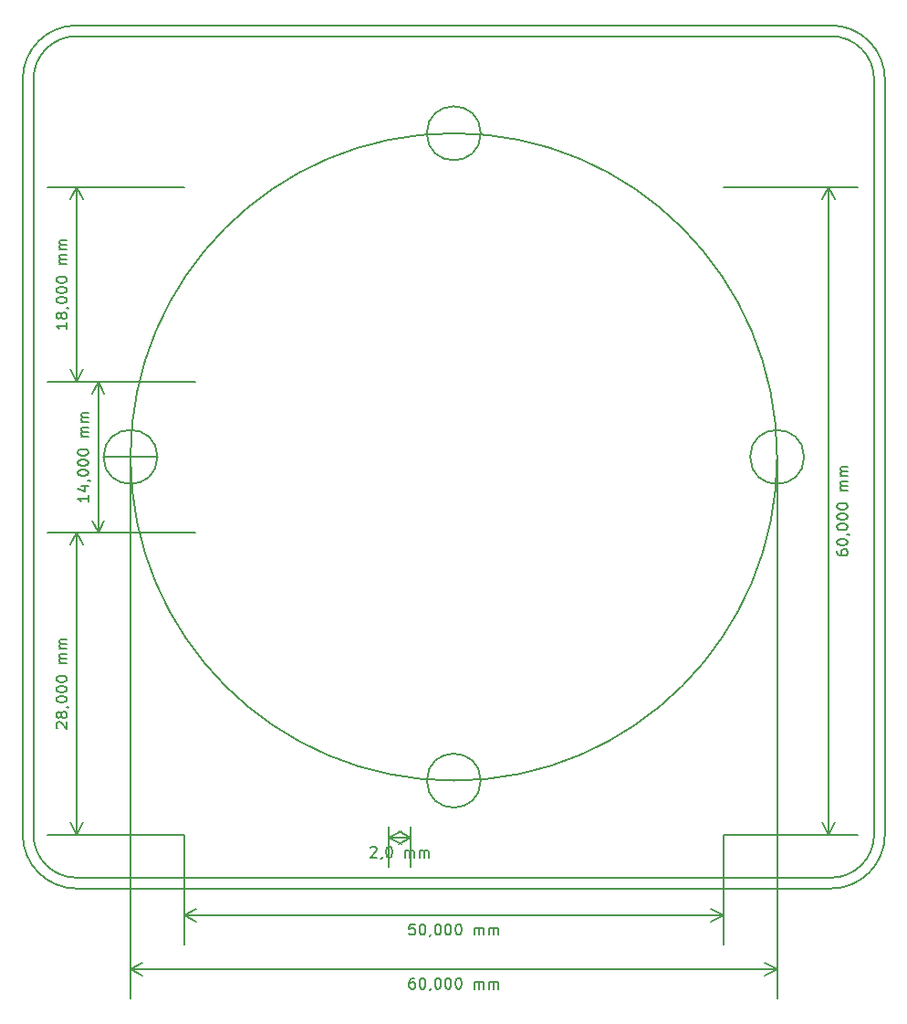
<source format=gbr>
G04 #@! TF.FileFunction,Drawing*
%FSLAX46Y46*%
G04 Gerber Fmt 4.6, Leading zero omitted, Abs format (unit mm)*
G04 Created by KiCad (PCBNEW 4.0.4+dfsg1-stable) date Sat Nov 19 15:53:21 2016*
%MOMM*%
%LPD*%
G01*
G04 APERTURE LIST*
%ADD10C,0.100000*%
%ADD11C,0.200000*%
G04 APERTURE END LIST*
D10*
D11*
X137285715Y-126220879D02*
X137333334Y-126173260D01*
X137428572Y-126125641D01*
X137666668Y-126125641D01*
X137761906Y-126173260D01*
X137809525Y-126220879D01*
X137857144Y-126316117D01*
X137857144Y-126411355D01*
X137809525Y-126554212D01*
X137238096Y-127125641D01*
X137857144Y-127125641D01*
X138333334Y-127078022D02*
X138333334Y-127125641D01*
X138285715Y-127220879D01*
X138238096Y-127268498D01*
X138952381Y-126125641D02*
X139047620Y-126125641D01*
X139142858Y-126173260D01*
X139190477Y-126220879D01*
X139238096Y-126316117D01*
X139285715Y-126506593D01*
X139285715Y-126744689D01*
X139238096Y-126935165D01*
X139190477Y-127030403D01*
X139142858Y-127078022D01*
X139047620Y-127125641D01*
X138952381Y-127125641D01*
X138857143Y-127078022D01*
X138809524Y-127030403D01*
X138761905Y-126935165D01*
X138714286Y-126744689D01*
X138714286Y-126506593D01*
X138761905Y-126316117D01*
X138809524Y-126220879D01*
X138857143Y-126173260D01*
X138952381Y-126125641D01*
X140476191Y-127125641D02*
X140476191Y-126458974D01*
X140476191Y-126554212D02*
X140523810Y-126506593D01*
X140619048Y-126458974D01*
X140761906Y-126458974D01*
X140857144Y-126506593D01*
X140904763Y-126601831D01*
X140904763Y-127125641D01*
X140904763Y-126601831D02*
X140952382Y-126506593D01*
X141047620Y-126458974D01*
X141190477Y-126458974D01*
X141285715Y-126506593D01*
X141333334Y-126601831D01*
X141333334Y-127125641D01*
X141809524Y-127125641D02*
X141809524Y-126458974D01*
X141809524Y-126554212D02*
X141857143Y-126506593D01*
X141952381Y-126458974D01*
X142095239Y-126458974D01*
X142190477Y-126506593D01*
X142238096Y-126601831D01*
X142238096Y-127125641D01*
X142238096Y-126601831D02*
X142285715Y-126506593D01*
X142380953Y-126458974D01*
X142523810Y-126458974D01*
X142619048Y-126506593D01*
X142666667Y-126601831D01*
X142666667Y-127125641D01*
X139000000Y-125323260D02*
X141000000Y-125323260D01*
X139000000Y-124250000D02*
X139000000Y-128023260D01*
X141000000Y-124250000D02*
X141000000Y-128023260D01*
X141000000Y-125323260D02*
X139873496Y-125909681D01*
X141000000Y-125323260D02*
X139873496Y-124736839D01*
X139000000Y-125323260D02*
X140126504Y-125909681D01*
X139000000Y-125323260D02*
X140126504Y-124736839D01*
X108197619Y-115142857D02*
X108150000Y-115095238D01*
X108102381Y-115000000D01*
X108102381Y-114761904D01*
X108150000Y-114666666D01*
X108197619Y-114619047D01*
X108292857Y-114571428D01*
X108388095Y-114571428D01*
X108530952Y-114619047D01*
X109102381Y-115190476D01*
X109102381Y-114571428D01*
X108530952Y-114000000D02*
X108483333Y-114095238D01*
X108435714Y-114142857D01*
X108340476Y-114190476D01*
X108292857Y-114190476D01*
X108197619Y-114142857D01*
X108150000Y-114095238D01*
X108102381Y-114000000D01*
X108102381Y-113809523D01*
X108150000Y-113714285D01*
X108197619Y-113666666D01*
X108292857Y-113619047D01*
X108340476Y-113619047D01*
X108435714Y-113666666D01*
X108483333Y-113714285D01*
X108530952Y-113809523D01*
X108530952Y-114000000D01*
X108578571Y-114095238D01*
X108626190Y-114142857D01*
X108721429Y-114190476D01*
X108911905Y-114190476D01*
X109007143Y-114142857D01*
X109054762Y-114095238D01*
X109102381Y-114000000D01*
X109102381Y-113809523D01*
X109054762Y-113714285D01*
X109007143Y-113666666D01*
X108911905Y-113619047D01*
X108721429Y-113619047D01*
X108626190Y-113666666D01*
X108578571Y-113714285D01*
X108530952Y-113809523D01*
X109054762Y-113142857D02*
X109102381Y-113142857D01*
X109197619Y-113190476D01*
X109245238Y-113238095D01*
X108102381Y-112523810D02*
X108102381Y-112428571D01*
X108150000Y-112333333D01*
X108197619Y-112285714D01*
X108292857Y-112238095D01*
X108483333Y-112190476D01*
X108721429Y-112190476D01*
X108911905Y-112238095D01*
X109007143Y-112285714D01*
X109054762Y-112333333D01*
X109102381Y-112428571D01*
X109102381Y-112523810D01*
X109054762Y-112619048D01*
X109007143Y-112666667D01*
X108911905Y-112714286D01*
X108721429Y-112761905D01*
X108483333Y-112761905D01*
X108292857Y-112714286D01*
X108197619Y-112666667D01*
X108150000Y-112619048D01*
X108102381Y-112523810D01*
X108102381Y-111571429D02*
X108102381Y-111476190D01*
X108150000Y-111380952D01*
X108197619Y-111333333D01*
X108292857Y-111285714D01*
X108483333Y-111238095D01*
X108721429Y-111238095D01*
X108911905Y-111285714D01*
X109007143Y-111333333D01*
X109054762Y-111380952D01*
X109102381Y-111476190D01*
X109102381Y-111571429D01*
X109054762Y-111666667D01*
X109007143Y-111714286D01*
X108911905Y-111761905D01*
X108721429Y-111809524D01*
X108483333Y-111809524D01*
X108292857Y-111761905D01*
X108197619Y-111714286D01*
X108150000Y-111666667D01*
X108102381Y-111571429D01*
X108102381Y-110619048D02*
X108102381Y-110523809D01*
X108150000Y-110428571D01*
X108197619Y-110380952D01*
X108292857Y-110333333D01*
X108483333Y-110285714D01*
X108721429Y-110285714D01*
X108911905Y-110333333D01*
X109007143Y-110380952D01*
X109054762Y-110428571D01*
X109102381Y-110523809D01*
X109102381Y-110619048D01*
X109054762Y-110714286D01*
X109007143Y-110761905D01*
X108911905Y-110809524D01*
X108721429Y-110857143D01*
X108483333Y-110857143D01*
X108292857Y-110809524D01*
X108197619Y-110761905D01*
X108150000Y-110714286D01*
X108102381Y-110619048D01*
X109102381Y-109095238D02*
X108435714Y-109095238D01*
X108530952Y-109095238D02*
X108483333Y-109047619D01*
X108435714Y-108952381D01*
X108435714Y-108809523D01*
X108483333Y-108714285D01*
X108578571Y-108666666D01*
X109102381Y-108666666D01*
X108578571Y-108666666D02*
X108483333Y-108619047D01*
X108435714Y-108523809D01*
X108435714Y-108380952D01*
X108483333Y-108285714D01*
X108578571Y-108238095D01*
X109102381Y-108238095D01*
X109102381Y-107761905D02*
X108435714Y-107761905D01*
X108530952Y-107761905D02*
X108483333Y-107714286D01*
X108435714Y-107619048D01*
X108435714Y-107476190D01*
X108483333Y-107380952D01*
X108578571Y-107333333D01*
X109102381Y-107333333D01*
X108578571Y-107333333D02*
X108483333Y-107285714D01*
X108435714Y-107190476D01*
X108435714Y-107047619D01*
X108483333Y-106952381D01*
X108578571Y-106904762D01*
X109102381Y-106904762D01*
X110000000Y-125000000D02*
X110000000Y-97000000D01*
X120000000Y-125000000D02*
X107300000Y-125000000D01*
X120000000Y-97000000D02*
X107300000Y-97000000D01*
X110000000Y-97000000D02*
X110586421Y-98126504D01*
X110000000Y-97000000D02*
X109413579Y-98126504D01*
X110000000Y-125000000D02*
X110586421Y-123873496D01*
X110000000Y-125000000D02*
X109413579Y-123873496D01*
X180552381Y-98666666D02*
X180552381Y-98857143D01*
X180600000Y-98952381D01*
X180647619Y-99000000D01*
X180790476Y-99095238D01*
X180980952Y-99142857D01*
X181361905Y-99142857D01*
X181457143Y-99095238D01*
X181504762Y-99047619D01*
X181552381Y-98952381D01*
X181552381Y-98761904D01*
X181504762Y-98666666D01*
X181457143Y-98619047D01*
X181361905Y-98571428D01*
X181123810Y-98571428D01*
X181028571Y-98619047D01*
X180980952Y-98666666D01*
X180933333Y-98761904D01*
X180933333Y-98952381D01*
X180980952Y-99047619D01*
X181028571Y-99095238D01*
X181123810Y-99142857D01*
X180552381Y-97952381D02*
X180552381Y-97857142D01*
X180600000Y-97761904D01*
X180647619Y-97714285D01*
X180742857Y-97666666D01*
X180933333Y-97619047D01*
X181171429Y-97619047D01*
X181361905Y-97666666D01*
X181457143Y-97714285D01*
X181504762Y-97761904D01*
X181552381Y-97857142D01*
X181552381Y-97952381D01*
X181504762Y-98047619D01*
X181457143Y-98095238D01*
X181361905Y-98142857D01*
X181171429Y-98190476D01*
X180933333Y-98190476D01*
X180742857Y-98142857D01*
X180647619Y-98095238D01*
X180600000Y-98047619D01*
X180552381Y-97952381D01*
X181504762Y-97142857D02*
X181552381Y-97142857D01*
X181647619Y-97190476D01*
X181695238Y-97238095D01*
X180552381Y-96523810D02*
X180552381Y-96428571D01*
X180600000Y-96333333D01*
X180647619Y-96285714D01*
X180742857Y-96238095D01*
X180933333Y-96190476D01*
X181171429Y-96190476D01*
X181361905Y-96238095D01*
X181457143Y-96285714D01*
X181504762Y-96333333D01*
X181552381Y-96428571D01*
X181552381Y-96523810D01*
X181504762Y-96619048D01*
X181457143Y-96666667D01*
X181361905Y-96714286D01*
X181171429Y-96761905D01*
X180933333Y-96761905D01*
X180742857Y-96714286D01*
X180647619Y-96666667D01*
X180600000Y-96619048D01*
X180552381Y-96523810D01*
X180552381Y-95571429D02*
X180552381Y-95476190D01*
X180600000Y-95380952D01*
X180647619Y-95333333D01*
X180742857Y-95285714D01*
X180933333Y-95238095D01*
X181171429Y-95238095D01*
X181361905Y-95285714D01*
X181457143Y-95333333D01*
X181504762Y-95380952D01*
X181552381Y-95476190D01*
X181552381Y-95571429D01*
X181504762Y-95666667D01*
X181457143Y-95714286D01*
X181361905Y-95761905D01*
X181171429Y-95809524D01*
X180933333Y-95809524D01*
X180742857Y-95761905D01*
X180647619Y-95714286D01*
X180600000Y-95666667D01*
X180552381Y-95571429D01*
X180552381Y-94619048D02*
X180552381Y-94523809D01*
X180600000Y-94428571D01*
X180647619Y-94380952D01*
X180742857Y-94333333D01*
X180933333Y-94285714D01*
X181171429Y-94285714D01*
X181361905Y-94333333D01*
X181457143Y-94380952D01*
X181504762Y-94428571D01*
X181552381Y-94523809D01*
X181552381Y-94619048D01*
X181504762Y-94714286D01*
X181457143Y-94761905D01*
X181361905Y-94809524D01*
X181171429Y-94857143D01*
X180933333Y-94857143D01*
X180742857Y-94809524D01*
X180647619Y-94761905D01*
X180600000Y-94714286D01*
X180552381Y-94619048D01*
X181552381Y-93095238D02*
X180885714Y-93095238D01*
X180980952Y-93095238D02*
X180933333Y-93047619D01*
X180885714Y-92952381D01*
X180885714Y-92809523D01*
X180933333Y-92714285D01*
X181028571Y-92666666D01*
X181552381Y-92666666D01*
X181028571Y-92666666D02*
X180933333Y-92619047D01*
X180885714Y-92523809D01*
X180885714Y-92380952D01*
X180933333Y-92285714D01*
X181028571Y-92238095D01*
X181552381Y-92238095D01*
X181552381Y-91761905D02*
X180885714Y-91761905D01*
X180980952Y-91761905D02*
X180933333Y-91714286D01*
X180885714Y-91619048D01*
X180885714Y-91476190D01*
X180933333Y-91380952D01*
X181028571Y-91333333D01*
X181552381Y-91333333D01*
X181028571Y-91333333D02*
X180933333Y-91285714D01*
X180885714Y-91190476D01*
X180885714Y-91047619D01*
X180933333Y-90952381D01*
X181028571Y-90904762D01*
X181552381Y-90904762D01*
X179750000Y-125000000D02*
X179750000Y-65000000D01*
X170000000Y-125000000D02*
X182450000Y-125000000D01*
X170000000Y-65000000D02*
X182450000Y-65000000D01*
X179750000Y-65000000D02*
X180336421Y-66126504D01*
X179750000Y-65000000D02*
X179163579Y-66126504D01*
X179750000Y-125000000D02*
X180336421Y-123873496D01*
X179750000Y-125000000D02*
X179163579Y-123873496D01*
X184000000Y-125000000D02*
X184000000Y-55000000D01*
X180000000Y-51000000D02*
X110000000Y-51000000D01*
X106000000Y-125000000D02*
X106000000Y-55000000D01*
X180000000Y-129000000D02*
X110000000Y-129000000D01*
X106000000Y-125000000D02*
G75*
G03X110000000Y-129000000I4000000J0D01*
G01*
X180000000Y-129000000D02*
G75*
G03X184000000Y-125000000I0J4000000D01*
G01*
X184000000Y-55000000D02*
G75*
G03X180000000Y-51000000I-4000000J0D01*
G01*
X110000000Y-51000000D02*
G75*
G03X106000000Y-55000000I0J-4000000D01*
G01*
X105000000Y-125000000D02*
X105000000Y-55000000D01*
X105000000Y-125000000D02*
G75*
G03X110000000Y-130000000I5000000J0D01*
G01*
X110000000Y-50000000D02*
G75*
G03X105000000Y-55000000I0J-5000000D01*
G01*
X180000000Y-50000000D02*
X110000000Y-50000000D01*
X185000000Y-55000000D02*
G75*
G03X180000000Y-50000000I-5000000J0D01*
G01*
X185000000Y-125000000D02*
X185000000Y-55000000D01*
X180000000Y-130000000D02*
G75*
G03X185000000Y-125000000I0J5000000D01*
G01*
X180000000Y-130000000D02*
X110000000Y-130000000D01*
X147500000Y-60000000D02*
G75*
G03X147500000Y-60000000I-2500000J0D01*
G01*
X147500000Y-120000000D02*
G75*
G03X147500000Y-120000000I-2500000J0D01*
G01*
X177500000Y-90000000D02*
G75*
G03X177500000Y-90000000I-2500000J0D01*
G01*
X117500000Y-90000000D02*
G75*
G03X117500000Y-90000000I-2500000J0D01*
G01*
X175000000Y-90000000D02*
G75*
G03X175000000Y-90000000I-30000000J0D01*
G01*
X111102381Y-93571428D02*
X111102381Y-94142857D01*
X111102381Y-93857143D02*
X110102381Y-93857143D01*
X110245238Y-93952381D01*
X110340476Y-94047619D01*
X110388095Y-94142857D01*
X110435714Y-92714285D02*
X111102381Y-92714285D01*
X110054762Y-92952381D02*
X110769048Y-93190476D01*
X110769048Y-92571428D01*
X111054762Y-92142857D02*
X111102381Y-92142857D01*
X111197619Y-92190476D01*
X111245238Y-92238095D01*
X110102381Y-91523810D02*
X110102381Y-91428571D01*
X110150000Y-91333333D01*
X110197619Y-91285714D01*
X110292857Y-91238095D01*
X110483333Y-91190476D01*
X110721429Y-91190476D01*
X110911905Y-91238095D01*
X111007143Y-91285714D01*
X111054762Y-91333333D01*
X111102381Y-91428571D01*
X111102381Y-91523810D01*
X111054762Y-91619048D01*
X111007143Y-91666667D01*
X110911905Y-91714286D01*
X110721429Y-91761905D01*
X110483333Y-91761905D01*
X110292857Y-91714286D01*
X110197619Y-91666667D01*
X110150000Y-91619048D01*
X110102381Y-91523810D01*
X110102381Y-90571429D02*
X110102381Y-90476190D01*
X110150000Y-90380952D01*
X110197619Y-90333333D01*
X110292857Y-90285714D01*
X110483333Y-90238095D01*
X110721429Y-90238095D01*
X110911905Y-90285714D01*
X111007143Y-90333333D01*
X111054762Y-90380952D01*
X111102381Y-90476190D01*
X111102381Y-90571429D01*
X111054762Y-90666667D01*
X111007143Y-90714286D01*
X110911905Y-90761905D01*
X110721429Y-90809524D01*
X110483333Y-90809524D01*
X110292857Y-90761905D01*
X110197619Y-90714286D01*
X110150000Y-90666667D01*
X110102381Y-90571429D01*
X110102381Y-89619048D02*
X110102381Y-89523809D01*
X110150000Y-89428571D01*
X110197619Y-89380952D01*
X110292857Y-89333333D01*
X110483333Y-89285714D01*
X110721429Y-89285714D01*
X110911905Y-89333333D01*
X111007143Y-89380952D01*
X111054762Y-89428571D01*
X111102381Y-89523809D01*
X111102381Y-89619048D01*
X111054762Y-89714286D01*
X111007143Y-89761905D01*
X110911905Y-89809524D01*
X110721429Y-89857143D01*
X110483333Y-89857143D01*
X110292857Y-89809524D01*
X110197619Y-89761905D01*
X110150000Y-89714286D01*
X110102381Y-89619048D01*
X111102381Y-88095238D02*
X110435714Y-88095238D01*
X110530952Y-88095238D02*
X110483333Y-88047619D01*
X110435714Y-87952381D01*
X110435714Y-87809523D01*
X110483333Y-87714285D01*
X110578571Y-87666666D01*
X111102381Y-87666666D01*
X110578571Y-87666666D02*
X110483333Y-87619047D01*
X110435714Y-87523809D01*
X110435714Y-87380952D01*
X110483333Y-87285714D01*
X110578571Y-87238095D01*
X111102381Y-87238095D01*
X111102381Y-86761905D02*
X110435714Y-86761905D01*
X110530952Y-86761905D02*
X110483333Y-86714286D01*
X110435714Y-86619048D01*
X110435714Y-86476190D01*
X110483333Y-86380952D01*
X110578571Y-86333333D01*
X111102381Y-86333333D01*
X110578571Y-86333333D02*
X110483333Y-86285714D01*
X110435714Y-86190476D01*
X110435714Y-86047619D01*
X110483333Y-85952381D01*
X110578571Y-85904762D01*
X111102381Y-85904762D01*
X112000000Y-97000000D02*
X112000000Y-83000000D01*
X121000000Y-97000000D02*
X109300000Y-97000000D01*
X121000000Y-83000000D02*
X109300000Y-83000000D01*
X112000000Y-83000000D02*
X112586421Y-84126504D01*
X112000000Y-83000000D02*
X111413579Y-84126504D01*
X112000000Y-97000000D02*
X112586421Y-95873496D01*
X112000000Y-97000000D02*
X111413579Y-95873496D01*
X141380953Y-133302381D02*
X140904762Y-133302381D01*
X140857143Y-133778571D01*
X140904762Y-133730952D01*
X141000000Y-133683333D01*
X141238096Y-133683333D01*
X141333334Y-133730952D01*
X141380953Y-133778571D01*
X141428572Y-133873810D01*
X141428572Y-134111905D01*
X141380953Y-134207143D01*
X141333334Y-134254762D01*
X141238096Y-134302381D01*
X141000000Y-134302381D01*
X140904762Y-134254762D01*
X140857143Y-134207143D01*
X142047619Y-133302381D02*
X142142858Y-133302381D01*
X142238096Y-133350000D01*
X142285715Y-133397619D01*
X142333334Y-133492857D01*
X142380953Y-133683333D01*
X142380953Y-133921429D01*
X142333334Y-134111905D01*
X142285715Y-134207143D01*
X142238096Y-134254762D01*
X142142858Y-134302381D01*
X142047619Y-134302381D01*
X141952381Y-134254762D01*
X141904762Y-134207143D01*
X141857143Y-134111905D01*
X141809524Y-133921429D01*
X141809524Y-133683333D01*
X141857143Y-133492857D01*
X141904762Y-133397619D01*
X141952381Y-133350000D01*
X142047619Y-133302381D01*
X142857143Y-134254762D02*
X142857143Y-134302381D01*
X142809524Y-134397619D01*
X142761905Y-134445238D01*
X143476190Y-133302381D02*
X143571429Y-133302381D01*
X143666667Y-133350000D01*
X143714286Y-133397619D01*
X143761905Y-133492857D01*
X143809524Y-133683333D01*
X143809524Y-133921429D01*
X143761905Y-134111905D01*
X143714286Y-134207143D01*
X143666667Y-134254762D01*
X143571429Y-134302381D01*
X143476190Y-134302381D01*
X143380952Y-134254762D01*
X143333333Y-134207143D01*
X143285714Y-134111905D01*
X143238095Y-133921429D01*
X143238095Y-133683333D01*
X143285714Y-133492857D01*
X143333333Y-133397619D01*
X143380952Y-133350000D01*
X143476190Y-133302381D01*
X144428571Y-133302381D02*
X144523810Y-133302381D01*
X144619048Y-133350000D01*
X144666667Y-133397619D01*
X144714286Y-133492857D01*
X144761905Y-133683333D01*
X144761905Y-133921429D01*
X144714286Y-134111905D01*
X144666667Y-134207143D01*
X144619048Y-134254762D01*
X144523810Y-134302381D01*
X144428571Y-134302381D01*
X144333333Y-134254762D01*
X144285714Y-134207143D01*
X144238095Y-134111905D01*
X144190476Y-133921429D01*
X144190476Y-133683333D01*
X144238095Y-133492857D01*
X144285714Y-133397619D01*
X144333333Y-133350000D01*
X144428571Y-133302381D01*
X145380952Y-133302381D02*
X145476191Y-133302381D01*
X145571429Y-133350000D01*
X145619048Y-133397619D01*
X145666667Y-133492857D01*
X145714286Y-133683333D01*
X145714286Y-133921429D01*
X145666667Y-134111905D01*
X145619048Y-134207143D01*
X145571429Y-134254762D01*
X145476191Y-134302381D01*
X145380952Y-134302381D01*
X145285714Y-134254762D01*
X145238095Y-134207143D01*
X145190476Y-134111905D01*
X145142857Y-133921429D01*
X145142857Y-133683333D01*
X145190476Y-133492857D01*
X145238095Y-133397619D01*
X145285714Y-133350000D01*
X145380952Y-133302381D01*
X146904762Y-134302381D02*
X146904762Y-133635714D01*
X146904762Y-133730952D02*
X146952381Y-133683333D01*
X147047619Y-133635714D01*
X147190477Y-133635714D01*
X147285715Y-133683333D01*
X147333334Y-133778571D01*
X147333334Y-134302381D01*
X147333334Y-133778571D02*
X147380953Y-133683333D01*
X147476191Y-133635714D01*
X147619048Y-133635714D01*
X147714286Y-133683333D01*
X147761905Y-133778571D01*
X147761905Y-134302381D01*
X148238095Y-134302381D02*
X148238095Y-133635714D01*
X148238095Y-133730952D02*
X148285714Y-133683333D01*
X148380952Y-133635714D01*
X148523810Y-133635714D01*
X148619048Y-133683333D01*
X148666667Y-133778571D01*
X148666667Y-134302381D01*
X148666667Y-133778571D02*
X148714286Y-133683333D01*
X148809524Y-133635714D01*
X148952381Y-133635714D01*
X149047619Y-133683333D01*
X149095238Y-133778571D01*
X149095238Y-134302381D01*
X120000000Y-132500000D02*
X170000000Y-132500000D01*
X120000000Y-125000000D02*
X120000000Y-135200000D01*
X170000000Y-125000000D02*
X170000000Y-135200000D01*
X170000000Y-132500000D02*
X168873496Y-133086421D01*
X170000000Y-132500000D02*
X168873496Y-131913579D01*
X120000000Y-132500000D02*
X121126504Y-133086421D01*
X120000000Y-132500000D02*
X121126504Y-131913579D01*
X109102381Y-77571428D02*
X109102381Y-78142857D01*
X109102381Y-77857143D02*
X108102381Y-77857143D01*
X108245238Y-77952381D01*
X108340476Y-78047619D01*
X108388095Y-78142857D01*
X108530952Y-77000000D02*
X108483333Y-77095238D01*
X108435714Y-77142857D01*
X108340476Y-77190476D01*
X108292857Y-77190476D01*
X108197619Y-77142857D01*
X108150000Y-77095238D01*
X108102381Y-77000000D01*
X108102381Y-76809523D01*
X108150000Y-76714285D01*
X108197619Y-76666666D01*
X108292857Y-76619047D01*
X108340476Y-76619047D01*
X108435714Y-76666666D01*
X108483333Y-76714285D01*
X108530952Y-76809523D01*
X108530952Y-77000000D01*
X108578571Y-77095238D01*
X108626190Y-77142857D01*
X108721429Y-77190476D01*
X108911905Y-77190476D01*
X109007143Y-77142857D01*
X109054762Y-77095238D01*
X109102381Y-77000000D01*
X109102381Y-76809523D01*
X109054762Y-76714285D01*
X109007143Y-76666666D01*
X108911905Y-76619047D01*
X108721429Y-76619047D01*
X108626190Y-76666666D01*
X108578571Y-76714285D01*
X108530952Y-76809523D01*
X109054762Y-76142857D02*
X109102381Y-76142857D01*
X109197619Y-76190476D01*
X109245238Y-76238095D01*
X108102381Y-75523810D02*
X108102381Y-75428571D01*
X108150000Y-75333333D01*
X108197619Y-75285714D01*
X108292857Y-75238095D01*
X108483333Y-75190476D01*
X108721429Y-75190476D01*
X108911905Y-75238095D01*
X109007143Y-75285714D01*
X109054762Y-75333333D01*
X109102381Y-75428571D01*
X109102381Y-75523810D01*
X109054762Y-75619048D01*
X109007143Y-75666667D01*
X108911905Y-75714286D01*
X108721429Y-75761905D01*
X108483333Y-75761905D01*
X108292857Y-75714286D01*
X108197619Y-75666667D01*
X108150000Y-75619048D01*
X108102381Y-75523810D01*
X108102381Y-74571429D02*
X108102381Y-74476190D01*
X108150000Y-74380952D01*
X108197619Y-74333333D01*
X108292857Y-74285714D01*
X108483333Y-74238095D01*
X108721429Y-74238095D01*
X108911905Y-74285714D01*
X109007143Y-74333333D01*
X109054762Y-74380952D01*
X109102381Y-74476190D01*
X109102381Y-74571429D01*
X109054762Y-74666667D01*
X109007143Y-74714286D01*
X108911905Y-74761905D01*
X108721429Y-74809524D01*
X108483333Y-74809524D01*
X108292857Y-74761905D01*
X108197619Y-74714286D01*
X108150000Y-74666667D01*
X108102381Y-74571429D01*
X108102381Y-73619048D02*
X108102381Y-73523809D01*
X108150000Y-73428571D01*
X108197619Y-73380952D01*
X108292857Y-73333333D01*
X108483333Y-73285714D01*
X108721429Y-73285714D01*
X108911905Y-73333333D01*
X109007143Y-73380952D01*
X109054762Y-73428571D01*
X109102381Y-73523809D01*
X109102381Y-73619048D01*
X109054762Y-73714286D01*
X109007143Y-73761905D01*
X108911905Y-73809524D01*
X108721429Y-73857143D01*
X108483333Y-73857143D01*
X108292857Y-73809524D01*
X108197619Y-73761905D01*
X108150000Y-73714286D01*
X108102381Y-73619048D01*
X109102381Y-72095238D02*
X108435714Y-72095238D01*
X108530952Y-72095238D02*
X108483333Y-72047619D01*
X108435714Y-71952381D01*
X108435714Y-71809523D01*
X108483333Y-71714285D01*
X108578571Y-71666666D01*
X109102381Y-71666666D01*
X108578571Y-71666666D02*
X108483333Y-71619047D01*
X108435714Y-71523809D01*
X108435714Y-71380952D01*
X108483333Y-71285714D01*
X108578571Y-71238095D01*
X109102381Y-71238095D01*
X109102381Y-70761905D02*
X108435714Y-70761905D01*
X108530952Y-70761905D02*
X108483333Y-70714286D01*
X108435714Y-70619048D01*
X108435714Y-70476190D01*
X108483333Y-70380952D01*
X108578571Y-70333333D01*
X109102381Y-70333333D01*
X108578571Y-70333333D02*
X108483333Y-70285714D01*
X108435714Y-70190476D01*
X108435714Y-70047619D01*
X108483333Y-69952381D01*
X108578571Y-69904762D01*
X109102381Y-69904762D01*
X110000000Y-83000000D02*
X110000000Y-65000000D01*
X120000000Y-83000000D02*
X107300000Y-83000000D01*
X120000000Y-65000000D02*
X107300000Y-65000000D01*
X110000000Y-65000000D02*
X110586421Y-66126504D01*
X110000000Y-65000000D02*
X109413579Y-66126504D01*
X110000000Y-83000000D02*
X110586421Y-81873496D01*
X110000000Y-83000000D02*
X109413579Y-81873496D01*
X141333334Y-138302381D02*
X141142857Y-138302381D01*
X141047619Y-138350000D01*
X141000000Y-138397619D01*
X140904762Y-138540476D01*
X140857143Y-138730952D01*
X140857143Y-139111905D01*
X140904762Y-139207143D01*
X140952381Y-139254762D01*
X141047619Y-139302381D01*
X141238096Y-139302381D01*
X141333334Y-139254762D01*
X141380953Y-139207143D01*
X141428572Y-139111905D01*
X141428572Y-138873810D01*
X141380953Y-138778571D01*
X141333334Y-138730952D01*
X141238096Y-138683333D01*
X141047619Y-138683333D01*
X140952381Y-138730952D01*
X140904762Y-138778571D01*
X140857143Y-138873810D01*
X142047619Y-138302381D02*
X142142858Y-138302381D01*
X142238096Y-138350000D01*
X142285715Y-138397619D01*
X142333334Y-138492857D01*
X142380953Y-138683333D01*
X142380953Y-138921429D01*
X142333334Y-139111905D01*
X142285715Y-139207143D01*
X142238096Y-139254762D01*
X142142858Y-139302381D01*
X142047619Y-139302381D01*
X141952381Y-139254762D01*
X141904762Y-139207143D01*
X141857143Y-139111905D01*
X141809524Y-138921429D01*
X141809524Y-138683333D01*
X141857143Y-138492857D01*
X141904762Y-138397619D01*
X141952381Y-138350000D01*
X142047619Y-138302381D01*
X142857143Y-139254762D02*
X142857143Y-139302381D01*
X142809524Y-139397619D01*
X142761905Y-139445238D01*
X143476190Y-138302381D02*
X143571429Y-138302381D01*
X143666667Y-138350000D01*
X143714286Y-138397619D01*
X143761905Y-138492857D01*
X143809524Y-138683333D01*
X143809524Y-138921429D01*
X143761905Y-139111905D01*
X143714286Y-139207143D01*
X143666667Y-139254762D01*
X143571429Y-139302381D01*
X143476190Y-139302381D01*
X143380952Y-139254762D01*
X143333333Y-139207143D01*
X143285714Y-139111905D01*
X143238095Y-138921429D01*
X143238095Y-138683333D01*
X143285714Y-138492857D01*
X143333333Y-138397619D01*
X143380952Y-138350000D01*
X143476190Y-138302381D01*
X144428571Y-138302381D02*
X144523810Y-138302381D01*
X144619048Y-138350000D01*
X144666667Y-138397619D01*
X144714286Y-138492857D01*
X144761905Y-138683333D01*
X144761905Y-138921429D01*
X144714286Y-139111905D01*
X144666667Y-139207143D01*
X144619048Y-139254762D01*
X144523810Y-139302381D01*
X144428571Y-139302381D01*
X144333333Y-139254762D01*
X144285714Y-139207143D01*
X144238095Y-139111905D01*
X144190476Y-138921429D01*
X144190476Y-138683333D01*
X144238095Y-138492857D01*
X144285714Y-138397619D01*
X144333333Y-138350000D01*
X144428571Y-138302381D01*
X145380952Y-138302381D02*
X145476191Y-138302381D01*
X145571429Y-138350000D01*
X145619048Y-138397619D01*
X145666667Y-138492857D01*
X145714286Y-138683333D01*
X145714286Y-138921429D01*
X145666667Y-139111905D01*
X145619048Y-139207143D01*
X145571429Y-139254762D01*
X145476191Y-139302381D01*
X145380952Y-139302381D01*
X145285714Y-139254762D01*
X145238095Y-139207143D01*
X145190476Y-139111905D01*
X145142857Y-138921429D01*
X145142857Y-138683333D01*
X145190476Y-138492857D01*
X145238095Y-138397619D01*
X145285714Y-138350000D01*
X145380952Y-138302381D01*
X146904762Y-139302381D02*
X146904762Y-138635714D01*
X146904762Y-138730952D02*
X146952381Y-138683333D01*
X147047619Y-138635714D01*
X147190477Y-138635714D01*
X147285715Y-138683333D01*
X147333334Y-138778571D01*
X147333334Y-139302381D01*
X147333334Y-138778571D02*
X147380953Y-138683333D01*
X147476191Y-138635714D01*
X147619048Y-138635714D01*
X147714286Y-138683333D01*
X147761905Y-138778571D01*
X147761905Y-139302381D01*
X148238095Y-139302381D02*
X148238095Y-138635714D01*
X148238095Y-138730952D02*
X148285714Y-138683333D01*
X148380952Y-138635714D01*
X148523810Y-138635714D01*
X148619048Y-138683333D01*
X148666667Y-138778571D01*
X148666667Y-139302381D01*
X148666667Y-138778571D02*
X148714286Y-138683333D01*
X148809524Y-138635714D01*
X148952381Y-138635714D01*
X149047619Y-138683333D01*
X149095238Y-138778571D01*
X149095238Y-139302381D01*
X115000000Y-137500000D02*
X175000000Y-137500000D01*
X115000000Y-90000000D02*
X115000000Y-140200000D01*
X175000000Y-90000000D02*
X175000000Y-140200000D01*
X175000000Y-137500000D02*
X173873496Y-138086421D01*
X175000000Y-137500000D02*
X173873496Y-136913579D01*
X115000000Y-137500000D02*
X116126504Y-138086421D01*
X115000000Y-137500000D02*
X116126504Y-136913579D01*
X112500000Y-90000000D02*
X117500000Y-90000000D01*
M02*

</source>
